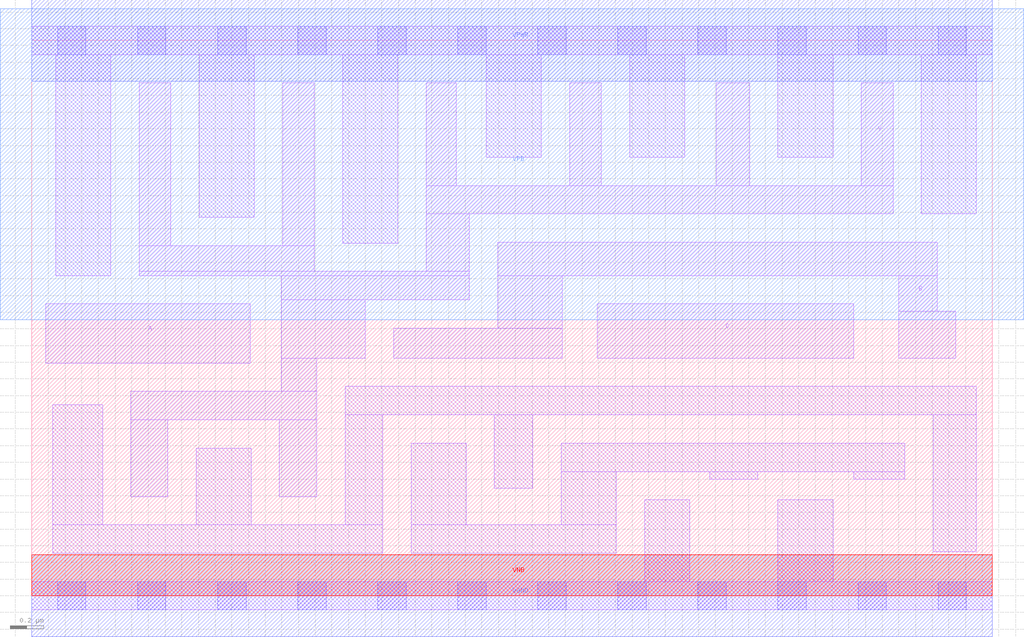
<source format=lef>
# Copyright 2020 The SkyWater PDK Authors
#
# Licensed under the Apache License, Version 2.0 (the "License");
# you may not use this file except in compliance with the License.
# You may obtain a copy of the License at
#
#     https://www.apache.org/licenses/LICENSE-2.0
#
# Unless required by applicable law or agreed to in writing, software
# distributed under the License is distributed on an "AS IS" BASIS,
# WITHOUT WARRANTIES OR CONDITIONS OF ANY KIND, either express or implied.
# See the License for the specific language governing permissions and
# limitations under the License.
#
# SPDX-License-Identifier: Apache-2.0

VERSION 5.7 ;
  NOWIREEXTENSIONATPIN ON ;
  DIVIDERCHAR "/" ;
  BUSBITCHARS "[]" ;
MACRO sky130_fd_sc_lp__nand3_4
  CLASS CORE ;
  FOREIGN sky130_fd_sc_lp__nand3_4 ;
  ORIGIN  0.000000  0.000000 ;
  SIZE  5.760000 BY  3.330000 ;
  SYMMETRY X Y R90 ;
  SITE unit ;
  PIN A
    ANTENNAGATEAREA  1.260000 ;
    DIRECTION INPUT ;
    USE SIGNAL ;
    PORT
      LAYER li1 ;
        RECT 0.085000 1.395000 1.310000 1.750000 ;
    END
  END A
  PIN B
    ANTENNAGATEAREA  1.260000 ;
    DIRECTION INPUT ;
    USE SIGNAL ;
    PORT
      LAYER li1 ;
        RECT 2.170000 1.425000 3.180000 1.605000 ;
        RECT 2.795000 1.605000 3.180000 1.920000 ;
        RECT 2.795000 1.920000 5.430000 2.120000 ;
        RECT 5.200000 1.425000 5.540000 1.705000 ;
        RECT 5.200000 1.705000 5.430000 1.920000 ;
    END
  END B
  PIN C
    ANTENNAGATEAREA  1.260000 ;
    DIRECTION INPUT ;
    USE SIGNAL ;
    PORT
      LAYER li1 ;
        RECT 3.390000 1.425000 4.930000 1.750000 ;
    END
  END C
  PIN Y
    ANTENNADIFFAREA  2.587200 ;
    DIRECTION OUTPUT ;
    USE SIGNAL ;
    PORT
      LAYER li1 ;
        RECT 0.595000 0.595000 0.815000 1.055000 ;
        RECT 0.595000 1.055000 1.710000 1.225000 ;
        RECT 0.645000 1.920000 2.625000 1.945000 ;
        RECT 0.645000 1.945000 1.695000 2.100000 ;
        RECT 0.645000 2.100000 0.835000 3.075000 ;
        RECT 1.485000 0.595000 1.710000 1.055000 ;
        RECT 1.495000 1.225000 1.710000 1.425000 ;
        RECT 1.495000 1.425000 2.000000 1.775000 ;
        RECT 1.495000 1.775000 2.625000 1.920000 ;
        RECT 1.505000 2.100000 1.695000 3.075000 ;
        RECT 2.365000 1.945000 2.625000 2.290000 ;
        RECT 2.365000 2.290000 5.165000 2.460000 ;
        RECT 2.365000 2.460000 2.545000 3.075000 ;
        RECT 3.225000 2.460000 3.415000 3.075000 ;
        RECT 4.105000 2.460000 4.305000 3.075000 ;
        RECT 4.975000 2.460000 5.165000 3.075000 ;
    END
  END Y
  PIN VGND
    DIRECTION INOUT ;
    USE GROUND ;
    PORT
      LAYER met1 ;
        RECT 0.000000 -0.245000 5.760000 0.245000 ;
    END
  END VGND
  PIN VNB
    DIRECTION INOUT ;
    USE GROUND ;
    PORT
      LAYER pwell ;
        RECT 0.000000 0.000000 5.760000 0.245000 ;
    END
  END VNB
  PIN VPB
    DIRECTION INOUT ;
    USE POWER ;
    PORT
      LAYER nwell ;
        RECT -0.190000 1.655000 5.950000 3.520000 ;
    END
  END VPB
  PIN VPWR
    DIRECTION INOUT ;
    USE POWER ;
    PORT
      LAYER met1 ;
        RECT 0.000000 3.085000 5.760000 3.575000 ;
    END
  END VPWR
  OBS
    LAYER li1 ;
      RECT 0.000000 -0.085000 5.760000 0.085000 ;
      RECT 0.000000  3.245000 5.760000 3.415000 ;
      RECT 0.125000  0.255000 2.105000 0.425000 ;
      RECT 0.125000  0.425000 0.425000 1.145000 ;
      RECT 0.145000  1.920000 0.475000 3.245000 ;
      RECT 0.985000  0.425000 1.315000 0.885000 ;
      RECT 1.005000  2.270000 1.335000 3.245000 ;
      RECT 1.865000  2.115000 2.195000 3.245000 ;
      RECT 1.880000  0.425000 2.105000 1.085000 ;
      RECT 1.880000  1.085000 5.665000 1.255000 ;
      RECT 2.275000  0.255000 3.505000 0.425000 ;
      RECT 2.275000  0.425000 2.605000 0.915000 ;
      RECT 2.725000  2.630000 3.055000 3.245000 ;
      RECT 2.775000  0.645000 3.005000 1.085000 ;
      RECT 3.175000  0.425000 3.505000 0.745000 ;
      RECT 3.175000  0.745000 5.235000 0.915000 ;
      RECT 3.585000  2.630000 3.915000 3.245000 ;
      RECT 3.675000  0.085000 3.945000 0.575000 ;
      RECT 4.065000  0.700000 4.355000 0.745000 ;
      RECT 4.475000  0.085000 4.805000 0.575000 ;
      RECT 4.475000  2.630000 4.805000 3.245000 ;
      RECT 4.930000  0.700000 5.235000 0.745000 ;
      RECT 5.335000  2.290000 5.665000 3.245000 ;
      RECT 5.405000  0.265000 5.665000 1.085000 ;
    LAYER mcon ;
      RECT 0.155000 -0.085000 0.325000 0.085000 ;
      RECT 0.155000  3.245000 0.325000 3.415000 ;
      RECT 0.635000 -0.085000 0.805000 0.085000 ;
      RECT 0.635000  3.245000 0.805000 3.415000 ;
      RECT 1.115000 -0.085000 1.285000 0.085000 ;
      RECT 1.115000  3.245000 1.285000 3.415000 ;
      RECT 1.595000 -0.085000 1.765000 0.085000 ;
      RECT 1.595000  3.245000 1.765000 3.415000 ;
      RECT 2.075000 -0.085000 2.245000 0.085000 ;
      RECT 2.075000  3.245000 2.245000 3.415000 ;
      RECT 2.555000 -0.085000 2.725000 0.085000 ;
      RECT 2.555000  3.245000 2.725000 3.415000 ;
      RECT 3.035000 -0.085000 3.205000 0.085000 ;
      RECT 3.035000  3.245000 3.205000 3.415000 ;
      RECT 3.515000 -0.085000 3.685000 0.085000 ;
      RECT 3.515000  3.245000 3.685000 3.415000 ;
      RECT 3.995000 -0.085000 4.165000 0.085000 ;
      RECT 3.995000  3.245000 4.165000 3.415000 ;
      RECT 4.475000 -0.085000 4.645000 0.085000 ;
      RECT 4.475000  3.245000 4.645000 3.415000 ;
      RECT 4.955000 -0.085000 5.125000 0.085000 ;
      RECT 4.955000  3.245000 5.125000 3.415000 ;
      RECT 5.435000 -0.085000 5.605000 0.085000 ;
      RECT 5.435000  3.245000 5.605000 3.415000 ;
  END
END sky130_fd_sc_lp__nand3_4
END LIBRARY

</source>
